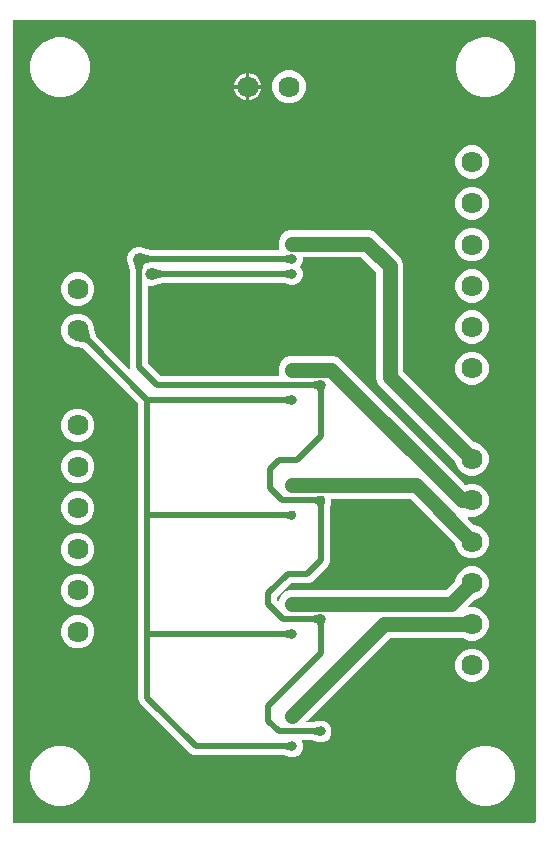
<source format=gbr>
G04 EAGLE Gerber RS-274X export*
G75*
%MOMM*%
%FSLAX34Y34*%
%LPD*%
%INBottom Copper*%
%IPPOS*%
%AMOC8*
5,1,8,0,0,1.08239X$1,22.5*%
G01*
%ADD10C,1.790700*%
%ADD11C,1.270000*%
%ADD12C,1.006400*%
%ADD13C,0.806400*%
%ADD14C,0.508000*%
%ADD15C,0.756400*%
%ADD16C,0.956400*%

G36*
X451798Y10164D02*
X451798Y10164D01*
X451817Y10162D01*
X451919Y10184D01*
X452021Y10200D01*
X452038Y10210D01*
X452058Y10214D01*
X452147Y10267D01*
X452238Y10316D01*
X452252Y10330D01*
X452269Y10340D01*
X452336Y10419D01*
X452408Y10494D01*
X452416Y10512D01*
X452429Y10527D01*
X452468Y10623D01*
X452511Y10717D01*
X452513Y10737D01*
X452521Y10755D01*
X452539Y10922D01*
X452539Y689078D01*
X452536Y689098D01*
X452538Y689117D01*
X452516Y689219D01*
X452500Y689321D01*
X452490Y689338D01*
X452486Y689358D01*
X452433Y689447D01*
X452384Y689538D01*
X452370Y689552D01*
X452360Y689569D01*
X452281Y689636D01*
X452206Y689708D01*
X452188Y689716D01*
X452173Y689729D01*
X452077Y689768D01*
X451983Y689811D01*
X451963Y689813D01*
X451945Y689821D01*
X451778Y689839D01*
X10922Y689839D01*
X10902Y689836D01*
X10883Y689838D01*
X10781Y689816D01*
X10679Y689800D01*
X10662Y689790D01*
X10642Y689786D01*
X10553Y689733D01*
X10462Y689684D01*
X10448Y689670D01*
X10431Y689660D01*
X10364Y689581D01*
X10292Y689506D01*
X10284Y689488D01*
X10271Y689473D01*
X10232Y689377D01*
X10189Y689283D01*
X10187Y689263D01*
X10179Y689245D01*
X10161Y689078D01*
X10161Y10922D01*
X10164Y10902D01*
X10162Y10883D01*
X10184Y10781D01*
X10200Y10679D01*
X10210Y10662D01*
X10214Y10642D01*
X10267Y10553D01*
X10316Y10462D01*
X10330Y10448D01*
X10340Y10431D01*
X10419Y10364D01*
X10494Y10292D01*
X10512Y10284D01*
X10527Y10271D01*
X10623Y10232D01*
X10717Y10189D01*
X10737Y10187D01*
X10755Y10179D01*
X10922Y10161D01*
X451778Y10161D01*
X451798Y10164D01*
G37*
%LPC*%
G36*
X245322Y65793D02*
X245322Y65793D01*
X245310Y65794D01*
X245299Y65799D01*
X245132Y65817D01*
X244567Y65817D01*
X243539Y66243D01*
X243507Y66251D01*
X243437Y66277D01*
X239511Y67285D01*
X239499Y67286D01*
X239488Y67291D01*
X239321Y67309D01*
X163584Y67309D01*
X160783Y68469D01*
X117237Y112015D01*
X116077Y114816D01*
X116077Y364828D01*
X116063Y364918D01*
X116055Y365009D01*
X116043Y365039D01*
X116038Y365071D01*
X115995Y365152D01*
X115959Y365235D01*
X115933Y365268D01*
X115922Y365288D01*
X115899Y365310D01*
X115854Y365366D01*
X69550Y411671D01*
X69543Y411675D01*
X69538Y411682D01*
X69443Y411748D01*
X69350Y411814D01*
X69342Y411817D01*
X69335Y411821D01*
X69177Y411875D01*
X68244Y412082D01*
X64812Y412843D01*
X64812Y412844D01*
X63316Y413175D01*
X63315Y413175D01*
X63314Y413176D01*
X63310Y413176D01*
X63149Y413194D01*
X61978Y413194D01*
X60595Y413767D01*
X60564Y413774D01*
X60468Y413807D01*
X60251Y413855D01*
X60132Y413939D01*
X60130Y413940D01*
X60127Y413941D01*
X59985Y414020D01*
X56820Y415330D01*
X52872Y419278D01*
X50736Y424436D01*
X50736Y430020D01*
X52872Y435178D01*
X56820Y439126D01*
X61978Y441262D01*
X67562Y441262D01*
X72720Y439126D01*
X76668Y435178D01*
X77978Y432013D01*
X77981Y432010D01*
X78058Y431868D01*
X78143Y431746D01*
X78191Y431530D01*
X78203Y431501D01*
X78231Y431403D01*
X78804Y430020D01*
X78804Y428849D01*
X78805Y428845D01*
X78807Y428824D01*
X78805Y428809D01*
X78812Y428778D01*
X78822Y428684D01*
X80123Y422821D01*
X80126Y422814D01*
X80126Y422805D01*
X80171Y422700D01*
X80214Y422593D01*
X80219Y422587D01*
X80223Y422579D01*
X80327Y422448D01*
X107920Y394856D01*
X107978Y394814D01*
X108030Y394764D01*
X108077Y394742D01*
X108119Y394712D01*
X108188Y394691D01*
X108253Y394661D01*
X108305Y394655D01*
X108355Y394640D01*
X108426Y394642D01*
X108497Y394634D01*
X108548Y394645D01*
X108600Y394646D01*
X108668Y394671D01*
X108738Y394686D01*
X108782Y394713D01*
X108831Y394730D01*
X108887Y394775D01*
X108949Y394812D01*
X108983Y394852D01*
X109023Y394884D01*
X109062Y394944D01*
X109109Y394999D01*
X109128Y395047D01*
X109156Y395091D01*
X109174Y395161D01*
X109201Y395227D01*
X109209Y395298D01*
X109217Y395330D01*
X109215Y395353D01*
X109219Y395394D01*
X109219Y477496D01*
X109216Y477519D01*
X109218Y477542D01*
X109190Y477707D01*
X107292Y484294D01*
X107279Y484320D01*
X107263Y484374D01*
X106727Y485668D01*
X106727Y486144D01*
X106724Y486167D01*
X106726Y486190D01*
X106702Y486329D01*
X106722Y486510D01*
X106721Y486539D01*
X106727Y486596D01*
X106727Y489692D01*
X108267Y493408D01*
X111112Y496253D01*
X114828Y497793D01*
X117925Y497793D01*
X117953Y497797D01*
X118010Y497798D01*
X118192Y497818D01*
X118209Y497811D01*
X118376Y497793D01*
X118852Y497793D01*
X120146Y497257D01*
X120174Y497250D01*
X120227Y497228D01*
X126813Y495330D01*
X126836Y495328D01*
X126857Y495319D01*
X127024Y495301D01*
X234972Y495301D01*
X235017Y495308D01*
X235063Y495306D01*
X235138Y495328D01*
X235215Y495340D01*
X235255Y495362D01*
X235299Y495375D01*
X235363Y495419D01*
X235432Y495456D01*
X235464Y495489D01*
X235502Y495515D01*
X235548Y495578D01*
X235602Y495634D01*
X235621Y495676D01*
X235648Y495712D01*
X235672Y495786D01*
X235705Y495857D01*
X235710Y495903D01*
X235724Y495946D01*
X235724Y496024D01*
X235732Y496101D01*
X235723Y496146D01*
X235722Y496192D01*
X235684Y496324D01*
X235680Y496342D01*
X235677Y496346D01*
X235675Y496353D01*
X234949Y498106D01*
X234949Y502654D01*
X236690Y506855D01*
X239905Y510070D01*
X244106Y511811D01*
X312154Y511811D01*
X316355Y510070D01*
X338620Y487805D01*
X340361Y483604D01*
X340361Y393162D01*
X340375Y393072D01*
X340383Y392981D01*
X340395Y392951D01*
X340400Y392919D01*
X340443Y392839D01*
X340479Y392755D01*
X340505Y392723D01*
X340516Y392702D01*
X340539Y392680D01*
X340584Y392624D01*
X400688Y332519D01*
X400762Y332466D01*
X400832Y332407D01*
X400862Y332394D01*
X400888Y332376D01*
X400975Y332349D01*
X401060Y332315D01*
X401101Y332310D01*
X401123Y332303D01*
X401155Y332304D01*
X401227Y332296D01*
X401572Y332296D01*
X406730Y330160D01*
X410678Y326212D01*
X412814Y321054D01*
X412814Y315470D01*
X410678Y310312D01*
X406730Y306364D01*
X401572Y304228D01*
X395988Y304228D01*
X390830Y306364D01*
X386882Y310312D01*
X384746Y315470D01*
X384746Y315815D01*
X384731Y315906D01*
X384724Y315996D01*
X384711Y316026D01*
X384706Y316058D01*
X384663Y316139D01*
X384628Y316223D01*
X384602Y316255D01*
X384591Y316276D01*
X384568Y316298D01*
X384523Y316354D01*
X322562Y378314D01*
X322562Y378315D01*
X319240Y381637D01*
X317499Y385838D01*
X317499Y476280D01*
X317485Y476370D01*
X317477Y476461D01*
X317465Y476491D01*
X317460Y476523D01*
X317417Y476603D01*
X317381Y476687D01*
X317355Y476719D01*
X317344Y476740D01*
X317321Y476762D01*
X317276Y476818D01*
X305368Y488726D01*
X305294Y488779D01*
X305225Y488839D01*
X305195Y488851D01*
X305168Y488870D01*
X305082Y488897D01*
X304997Y488931D01*
X304956Y488935D01*
X304933Y488942D01*
X304901Y488941D01*
X304830Y488949D01*
X256254Y488949D01*
X256234Y488946D01*
X256215Y488948D01*
X256113Y488926D01*
X256011Y488910D01*
X255994Y488900D01*
X255974Y488896D01*
X255885Y488843D01*
X255794Y488794D01*
X255780Y488780D01*
X255763Y488770D01*
X255696Y488691D01*
X255624Y488616D01*
X255616Y488598D01*
X255603Y488583D01*
X255564Y488487D01*
X255521Y488393D01*
X255519Y488373D01*
X255511Y488355D01*
X255493Y488188D01*
X255493Y485867D01*
X254105Y482518D01*
X253456Y481868D01*
X253444Y481852D01*
X253428Y481840D01*
X253372Y481752D01*
X253312Y481669D01*
X253306Y481650D01*
X253295Y481633D01*
X253270Y481532D01*
X253240Y481433D01*
X253240Y481414D01*
X253235Y481394D01*
X253243Y481291D01*
X253246Y481188D01*
X253253Y481169D01*
X253255Y481149D01*
X253295Y481054D01*
X253331Y480957D01*
X253343Y480941D01*
X253351Y480923D01*
X253456Y480792D01*
X254105Y480142D01*
X255493Y476793D01*
X255493Y473167D01*
X254105Y469818D01*
X251542Y467255D01*
X248193Y465867D01*
X246273Y465867D01*
X246241Y465862D01*
X246166Y465860D01*
X245582Y465777D01*
X245322Y465843D01*
X245310Y465844D01*
X245299Y465849D01*
X245132Y465867D01*
X244567Y465867D01*
X243539Y466293D01*
X243507Y466301D01*
X243437Y466327D01*
X239510Y467335D01*
X239499Y467336D01*
X239488Y467341D01*
X239321Y467359D01*
X137184Y467359D01*
X137161Y467356D01*
X137138Y467358D01*
X136973Y467330D01*
X130386Y465432D01*
X130360Y465419D01*
X130306Y465403D01*
X129012Y464867D01*
X128536Y464867D01*
X128513Y464864D01*
X128490Y464866D01*
X128351Y464842D01*
X128170Y464862D01*
X128141Y464861D01*
X128084Y464867D01*
X125222Y464867D01*
X125202Y464864D01*
X125183Y464866D01*
X125081Y464844D01*
X124979Y464828D01*
X124962Y464818D01*
X124942Y464814D01*
X124853Y464761D01*
X124762Y464712D01*
X124748Y464698D01*
X124731Y464688D01*
X124664Y464609D01*
X124592Y464534D01*
X124584Y464516D01*
X124571Y464501D01*
X124532Y464405D01*
X124489Y464311D01*
X124487Y464291D01*
X124479Y464273D01*
X124461Y464106D01*
X124461Y399712D01*
X124475Y399622D01*
X124483Y399531D01*
X124495Y399501D01*
X124500Y399469D01*
X124543Y399388D01*
X124579Y399305D01*
X124605Y399272D01*
X124616Y399252D01*
X124639Y399230D01*
X124684Y399174D01*
X135014Y388844D01*
X135088Y388791D01*
X135157Y388731D01*
X135187Y388719D01*
X135213Y388700D01*
X135300Y388673D01*
X135385Y388639D01*
X135426Y388635D01*
X135448Y388628D01*
X135481Y388629D01*
X135552Y388621D01*
X234972Y388621D01*
X235017Y388628D01*
X235063Y388626D01*
X235138Y388648D01*
X235215Y388660D01*
X235255Y388682D01*
X235299Y388695D01*
X235363Y388739D01*
X235432Y388776D01*
X235464Y388809D01*
X235502Y388835D01*
X235548Y388898D01*
X235602Y388954D01*
X235621Y388996D01*
X235648Y389032D01*
X235672Y389106D01*
X235705Y389177D01*
X235710Y389223D01*
X235724Y389266D01*
X235724Y389344D01*
X235732Y389421D01*
X235723Y389466D01*
X235722Y389512D01*
X235684Y389644D01*
X235680Y389662D01*
X235677Y389666D01*
X235675Y389673D01*
X234949Y391426D01*
X234949Y395974D01*
X236690Y400175D01*
X239905Y403390D01*
X244106Y405131D01*
X281674Y405131D01*
X285875Y403390D01*
X392824Y296442D01*
X392918Y296374D01*
X393012Y296304D01*
X393018Y296302D01*
X393023Y296298D01*
X393134Y296264D01*
X393246Y296228D01*
X393252Y296228D01*
X393258Y296226D01*
X393375Y296229D01*
X393492Y296230D01*
X393499Y296232D01*
X393504Y296232D01*
X393522Y296239D01*
X393653Y296277D01*
X395988Y297244D01*
X401572Y297244D01*
X406730Y295108D01*
X410678Y291160D01*
X412814Y286002D01*
X412814Y280418D01*
X410678Y275260D01*
X406730Y271312D01*
X401572Y269176D01*
X396020Y269176D01*
X395949Y269164D01*
X395877Y269162D01*
X395828Y269144D01*
X395777Y269136D01*
X395713Y269102D01*
X395646Y269078D01*
X395605Y269045D01*
X395559Y269021D01*
X395510Y268969D01*
X395454Y268924D01*
X395426Y268880D01*
X395390Y268843D01*
X395360Y268778D01*
X395321Y268717D01*
X395308Y268667D01*
X395286Y268620D01*
X395278Y268548D01*
X395261Y268479D01*
X395265Y268427D01*
X395259Y268375D01*
X395275Y268305D01*
X395280Y268234D01*
X395300Y268186D01*
X395312Y268135D01*
X395348Y268073D01*
X395376Y268007D01*
X395421Y267951D01*
X395438Y267924D01*
X395456Y267908D01*
X395481Y267876D01*
X400688Y262669D01*
X400762Y262616D01*
X400832Y262557D01*
X400862Y262544D01*
X400888Y262526D01*
X400975Y262499D01*
X401060Y262465D01*
X401101Y262460D01*
X401123Y262453D01*
X401155Y262454D01*
X401227Y262446D01*
X401572Y262446D01*
X406730Y260310D01*
X410678Y256362D01*
X412814Y251204D01*
X412814Y245620D01*
X410678Y240462D01*
X406730Y236514D01*
X401572Y234378D01*
X395988Y234378D01*
X390830Y236514D01*
X386882Y240462D01*
X384746Y245620D01*
X384746Y245965D01*
X384731Y246056D01*
X384724Y246146D01*
X384711Y246176D01*
X384706Y246208D01*
X384663Y246289D01*
X384628Y246373D01*
X384602Y246405D01*
X384591Y246426D01*
X384568Y246448D01*
X384523Y246504D01*
X346770Y284256D01*
X346696Y284309D01*
X346627Y284369D01*
X346597Y284381D01*
X346570Y284400D01*
X346484Y284427D01*
X346399Y284461D01*
X346358Y284465D01*
X346335Y284472D01*
X346303Y284471D01*
X346232Y284479D01*
X280134Y284479D01*
X280114Y284476D01*
X280095Y284478D01*
X279993Y284456D01*
X279891Y284440D01*
X279874Y284430D01*
X279854Y284426D01*
X279765Y284373D01*
X279674Y284324D01*
X279660Y284310D01*
X279643Y284300D01*
X279576Y284221D01*
X279504Y284146D01*
X279496Y284128D01*
X279483Y284113D01*
X279444Y284017D01*
X279401Y283923D01*
X279399Y283903D01*
X279391Y283885D01*
X279373Y283718D01*
X279373Y283335D01*
X279378Y283302D01*
X279382Y283218D01*
X279480Y282586D01*
X279394Y282235D01*
X279394Y282228D01*
X279391Y282222D01*
X279373Y282055D01*
X279373Y281447D01*
X278982Y280504D01*
X278974Y280471D01*
X278946Y280392D01*
X278152Y277134D01*
X278152Y277127D01*
X278149Y277121D01*
X278131Y276954D01*
X278131Y230894D01*
X276971Y228093D01*
X263397Y214519D01*
X260596Y213359D01*
X246042Y213359D01*
X245952Y213345D01*
X245861Y213337D01*
X245831Y213325D01*
X245799Y213320D01*
X245718Y213277D01*
X245635Y213241D01*
X245602Y213215D01*
X245582Y213204D01*
X245560Y213181D01*
X245504Y213136D01*
X233904Y201536D01*
X233851Y201462D01*
X233791Y201393D01*
X233779Y201363D01*
X233760Y201337D01*
X233733Y201250D01*
X233699Y201165D01*
X233695Y201124D01*
X233688Y201102D01*
X233689Y201069D01*
X233681Y200998D01*
X233681Y199052D01*
X233695Y198962D01*
X233703Y198871D01*
X233715Y198841D01*
X233720Y198809D01*
X233763Y198729D01*
X233799Y198645D01*
X233825Y198612D01*
X233836Y198592D01*
X233859Y198570D01*
X233904Y198514D01*
X234031Y198387D01*
X234068Y198360D01*
X234099Y198326D01*
X234167Y198288D01*
X234230Y198243D01*
X234274Y198230D01*
X234315Y198207D01*
X234391Y198194D01*
X234465Y198171D01*
X234511Y198172D01*
X234557Y198164D01*
X234634Y198175D01*
X234711Y198177D01*
X234754Y198193D01*
X234800Y198199D01*
X234869Y198235D01*
X234942Y198261D01*
X234978Y198290D01*
X235019Y198311D01*
X235074Y198367D01*
X235134Y198415D01*
X235159Y198454D01*
X235191Y198487D01*
X235257Y198606D01*
X235267Y198622D01*
X235269Y198627D01*
X235272Y198634D01*
X236690Y202055D01*
X239905Y205270D01*
X244106Y207011D01*
X375950Y207011D01*
X376040Y207025D01*
X376131Y207033D01*
X376161Y207045D01*
X376193Y207050D01*
X376273Y207093D01*
X376357Y207129D01*
X376389Y207155D01*
X376410Y207166D01*
X376432Y207189D01*
X376488Y207234D01*
X384523Y215268D01*
X384576Y215342D01*
X384635Y215412D01*
X384648Y215442D01*
X384666Y215468D01*
X384693Y215555D01*
X384727Y215640D01*
X384732Y215681D01*
X384739Y215703D01*
X384738Y215735D01*
X384746Y215807D01*
X384746Y216152D01*
X386882Y221310D01*
X390830Y225258D01*
X395988Y227394D01*
X401572Y227394D01*
X406730Y225258D01*
X410678Y221310D01*
X412814Y216152D01*
X412814Y210568D01*
X410678Y205410D01*
X406730Y201462D01*
X401572Y199326D01*
X401227Y199326D01*
X401136Y199311D01*
X401046Y199304D01*
X401016Y199291D01*
X400984Y199286D01*
X400903Y199243D01*
X400819Y199208D01*
X400787Y199182D01*
X400766Y199171D01*
X400744Y199148D01*
X400688Y199103D01*
X395481Y193896D01*
X395439Y193838D01*
X395390Y193786D01*
X395368Y193738D01*
X395338Y193696D01*
X395317Y193628D01*
X395286Y193562D01*
X395281Y193511D01*
X395265Y193461D01*
X395267Y193389D01*
X395259Y193318D01*
X395270Y193267D01*
X395272Y193215D01*
X395296Y193148D01*
X395312Y193078D01*
X395338Y193033D01*
X395356Y192984D01*
X395401Y192928D01*
X395438Y192867D01*
X395477Y192833D01*
X395510Y192792D01*
X395570Y192753D01*
X395625Y192707D01*
X395673Y192687D01*
X395717Y192659D01*
X395786Y192642D01*
X395853Y192615D01*
X395924Y192607D01*
X395955Y192599D01*
X395979Y192601D01*
X396020Y192596D01*
X401572Y192596D01*
X406730Y190460D01*
X410678Y186512D01*
X412814Y181354D01*
X412814Y175770D01*
X410678Y170612D01*
X406730Y166664D01*
X401572Y164528D01*
X395988Y164528D01*
X390830Y166664D01*
X390586Y166908D01*
X390512Y166961D01*
X390443Y167021D01*
X390413Y167033D01*
X390387Y167052D01*
X390300Y167079D01*
X390215Y167113D01*
X390174Y167117D01*
X390151Y167124D01*
X390119Y167123D01*
X390048Y167131D01*
X329662Y167131D01*
X329572Y167117D01*
X329481Y167109D01*
X329451Y167097D01*
X329419Y167092D01*
X329339Y167049D01*
X329255Y167013D01*
X329223Y166987D01*
X329202Y166976D01*
X329180Y166953D01*
X329124Y166908D01*
X258766Y96550D01*
X258724Y96492D01*
X258675Y96440D01*
X258653Y96393D01*
X258622Y96351D01*
X258601Y96282D01*
X258571Y96217D01*
X258565Y96165D01*
X258550Y96115D01*
X258552Y96044D01*
X258544Y95973D01*
X258555Y95922D01*
X258556Y95870D01*
X258581Y95802D01*
X258596Y95732D01*
X258623Y95687D01*
X258641Y95639D01*
X258686Y95583D01*
X258722Y95521D01*
X258762Y95487D01*
X258794Y95447D01*
X258855Y95408D01*
X258909Y95361D01*
X258957Y95342D01*
X259001Y95314D01*
X259071Y95296D01*
X259137Y95269D01*
X259209Y95261D01*
X259240Y95253D01*
X259263Y95255D01*
X259304Y95251D01*
X263451Y95251D01*
X263463Y95253D01*
X263474Y95251D01*
X263640Y95275D01*
X267567Y96283D01*
X267597Y96296D01*
X267669Y96317D01*
X268697Y96743D01*
X269263Y96743D01*
X269274Y96745D01*
X269286Y96743D01*
X269452Y96767D01*
X269712Y96833D01*
X270296Y96750D01*
X270329Y96751D01*
X270403Y96743D01*
X272323Y96743D01*
X275672Y95355D01*
X278235Y92792D01*
X279623Y89443D01*
X279623Y85817D01*
X278235Y82468D01*
X275672Y79905D01*
X272323Y78517D01*
X270403Y78517D01*
X270371Y78512D01*
X270296Y78510D01*
X269712Y78427D01*
X269452Y78493D01*
X269440Y78494D01*
X269429Y78499D01*
X269262Y78517D01*
X268697Y78517D01*
X267669Y78943D01*
X267637Y78951D01*
X267567Y78977D01*
X263640Y79985D01*
X263629Y79986D01*
X263618Y79991D01*
X263451Y80009D01*
X255279Y80009D01*
X255234Y80002D01*
X255188Y80004D01*
X255113Y79982D01*
X255036Y79970D01*
X254996Y79948D01*
X254952Y79935D01*
X254888Y79891D01*
X254819Y79854D01*
X254787Y79821D01*
X254749Y79795D01*
X254703Y79733D01*
X254649Y79676D01*
X254630Y79634D01*
X254603Y79598D01*
X254579Y79524D01*
X254546Y79453D01*
X254541Y79407D01*
X254527Y79364D01*
X254527Y79286D01*
X254519Y79209D01*
X254528Y79164D01*
X254529Y79118D01*
X254567Y78986D01*
X254571Y78968D01*
X254574Y78964D01*
X254576Y78957D01*
X255493Y76743D01*
X255493Y73117D01*
X254105Y69768D01*
X251542Y67205D01*
X248193Y65817D01*
X246273Y65817D01*
X246241Y65812D01*
X246166Y65810D01*
X245582Y65727D01*
X245322Y65793D01*
G37*
%LPD*%
%LPC*%
G36*
X406848Y624839D02*
X406848Y624839D01*
X400448Y626554D01*
X394711Y629866D01*
X390026Y634551D01*
X386714Y640288D01*
X384999Y646688D01*
X384999Y653312D01*
X386714Y659712D01*
X390026Y665449D01*
X394711Y670134D01*
X400448Y673446D01*
X406848Y675161D01*
X413472Y675161D01*
X419872Y673446D01*
X425609Y670134D01*
X430294Y665449D01*
X433606Y659712D01*
X435321Y653312D01*
X435321Y646688D01*
X433606Y640288D01*
X430294Y634551D01*
X425609Y629866D01*
X419872Y626554D01*
X413472Y624839D01*
X406848Y624839D01*
G37*
%LPD*%
%LPC*%
G36*
X46688Y624839D02*
X46688Y624839D01*
X40288Y626554D01*
X34551Y629866D01*
X29866Y634551D01*
X26554Y640288D01*
X24839Y646688D01*
X24839Y653312D01*
X26554Y659712D01*
X29866Y665449D01*
X34551Y670134D01*
X40288Y673446D01*
X46688Y675161D01*
X53312Y675161D01*
X59712Y673446D01*
X65449Y670134D01*
X70134Y665449D01*
X73446Y659712D01*
X75161Y653312D01*
X75161Y646688D01*
X73446Y640288D01*
X70134Y634551D01*
X65449Y629866D01*
X59712Y626554D01*
X53312Y624839D01*
X46688Y624839D01*
G37*
%LPD*%
%LPC*%
G36*
X406848Y24839D02*
X406848Y24839D01*
X400448Y26554D01*
X394711Y29866D01*
X390026Y34551D01*
X386714Y40288D01*
X384999Y46688D01*
X384999Y53312D01*
X386714Y59712D01*
X390026Y65449D01*
X394711Y70134D01*
X400448Y73446D01*
X406848Y75161D01*
X413472Y75161D01*
X419872Y73446D01*
X425609Y70134D01*
X430294Y65449D01*
X433606Y59712D01*
X435321Y53312D01*
X435321Y46688D01*
X433606Y40288D01*
X430294Y34551D01*
X425609Y29866D01*
X419872Y26554D01*
X413472Y24839D01*
X406848Y24839D01*
G37*
%LPD*%
%LPC*%
G36*
X46688Y24839D02*
X46688Y24839D01*
X40288Y26554D01*
X34551Y29866D01*
X29866Y34551D01*
X26554Y40288D01*
X24839Y46688D01*
X24839Y53312D01*
X26554Y59712D01*
X29866Y65449D01*
X34551Y70134D01*
X40288Y73446D01*
X46688Y75161D01*
X53312Y75161D01*
X59712Y73446D01*
X65449Y70134D01*
X70134Y65449D01*
X73446Y59712D01*
X75161Y53312D01*
X75161Y46688D01*
X73446Y40288D01*
X70134Y34551D01*
X65449Y29866D01*
X59712Y26554D01*
X53312Y24839D01*
X46688Y24839D01*
G37*
%LPD*%
%LPC*%
G36*
X241048Y619406D02*
X241048Y619406D01*
X235890Y621542D01*
X231942Y625490D01*
X229806Y630648D01*
X229806Y636232D01*
X231942Y641390D01*
X235890Y645338D01*
X241048Y647474D01*
X246632Y647474D01*
X251790Y645338D01*
X255738Y641390D01*
X257874Y636232D01*
X257874Y630648D01*
X255738Y625490D01*
X251790Y621542D01*
X246632Y619406D01*
X241048Y619406D01*
G37*
%LPD*%
%LPC*%
G36*
X395988Y555688D02*
X395988Y555688D01*
X390830Y557824D01*
X386882Y561772D01*
X384746Y566930D01*
X384746Y572514D01*
X386882Y577672D01*
X390830Y581620D01*
X395988Y583756D01*
X401572Y583756D01*
X406730Y581620D01*
X410678Y577672D01*
X412814Y572514D01*
X412814Y566930D01*
X410678Y561772D01*
X406730Y557824D01*
X401572Y555688D01*
X395988Y555688D01*
G37*
%LPD*%
%LPC*%
G36*
X395988Y520636D02*
X395988Y520636D01*
X390830Y522772D01*
X386882Y526720D01*
X384746Y531878D01*
X384746Y537462D01*
X386882Y542620D01*
X390830Y546568D01*
X395988Y548704D01*
X401572Y548704D01*
X406730Y546568D01*
X410678Y542620D01*
X412814Y537462D01*
X412814Y531878D01*
X410678Y526720D01*
X406730Y522772D01*
X401572Y520636D01*
X395988Y520636D01*
G37*
%LPD*%
%LPC*%
G36*
X395988Y485838D02*
X395988Y485838D01*
X390830Y487974D01*
X386882Y491922D01*
X384746Y497080D01*
X384746Y502664D01*
X386882Y507822D01*
X390830Y511770D01*
X395988Y513906D01*
X401572Y513906D01*
X406730Y511770D01*
X410678Y507822D01*
X412814Y502664D01*
X412814Y497080D01*
X410678Y491922D01*
X406730Y487974D01*
X401572Y485838D01*
X395988Y485838D01*
G37*
%LPD*%
%LPC*%
G36*
X395988Y450786D02*
X395988Y450786D01*
X390830Y452922D01*
X386882Y456870D01*
X384746Y462028D01*
X384746Y467612D01*
X386882Y472770D01*
X390830Y476718D01*
X395988Y478854D01*
X401572Y478854D01*
X406730Y476718D01*
X410678Y472770D01*
X412814Y467612D01*
X412814Y462028D01*
X410678Y456870D01*
X406730Y452922D01*
X401572Y450786D01*
X395988Y450786D01*
G37*
%LPD*%
%LPC*%
G36*
X61978Y448246D02*
X61978Y448246D01*
X56820Y450382D01*
X52872Y454330D01*
X50736Y459488D01*
X50736Y465072D01*
X52872Y470230D01*
X56820Y474178D01*
X61978Y476314D01*
X67562Y476314D01*
X72720Y474178D01*
X76668Y470230D01*
X78804Y465072D01*
X78804Y459488D01*
X76668Y454330D01*
X72720Y450382D01*
X67562Y448246D01*
X61978Y448246D01*
G37*
%LPD*%
%LPC*%
G36*
X395988Y415988D02*
X395988Y415988D01*
X390830Y418124D01*
X386882Y422072D01*
X384746Y427230D01*
X384746Y432814D01*
X386882Y437972D01*
X390830Y441920D01*
X395988Y444056D01*
X401572Y444056D01*
X406730Y441920D01*
X410678Y437972D01*
X412814Y432814D01*
X412814Y427230D01*
X410678Y422072D01*
X406730Y418124D01*
X401572Y415988D01*
X395988Y415988D01*
G37*
%LPD*%
%LPC*%
G36*
X395988Y380936D02*
X395988Y380936D01*
X390830Y383072D01*
X386882Y387020D01*
X384746Y392178D01*
X384746Y397762D01*
X386882Y402920D01*
X390830Y406868D01*
X395988Y409004D01*
X401572Y409004D01*
X406730Y406868D01*
X410678Y402920D01*
X412814Y397762D01*
X412814Y392178D01*
X410678Y387020D01*
X406730Y383072D01*
X401572Y380936D01*
X395988Y380936D01*
G37*
%LPD*%
%LPC*%
G36*
X61978Y332676D02*
X61978Y332676D01*
X56820Y334812D01*
X52872Y338760D01*
X50736Y343918D01*
X50736Y349502D01*
X52872Y354660D01*
X56820Y358608D01*
X61978Y360744D01*
X67562Y360744D01*
X72720Y358608D01*
X76668Y354660D01*
X78804Y349502D01*
X78804Y343918D01*
X76668Y338760D01*
X72720Y334812D01*
X67562Y332676D01*
X61978Y332676D01*
G37*
%LPD*%
%LPC*%
G36*
X61978Y297624D02*
X61978Y297624D01*
X56820Y299760D01*
X52872Y303708D01*
X50736Y308866D01*
X50736Y314450D01*
X52872Y319608D01*
X56820Y323556D01*
X61978Y325692D01*
X67562Y325692D01*
X72720Y323556D01*
X76668Y319608D01*
X78804Y314450D01*
X78804Y308866D01*
X76668Y303708D01*
X72720Y299760D01*
X67562Y297624D01*
X61978Y297624D01*
G37*
%LPD*%
%LPC*%
G36*
X61978Y262826D02*
X61978Y262826D01*
X56820Y264962D01*
X52872Y268910D01*
X50736Y274068D01*
X50736Y279652D01*
X52872Y284810D01*
X56820Y288758D01*
X61978Y290894D01*
X67562Y290894D01*
X72720Y288758D01*
X76668Y284810D01*
X78804Y279652D01*
X78804Y274068D01*
X76668Y268910D01*
X72720Y264962D01*
X67562Y262826D01*
X61978Y262826D01*
G37*
%LPD*%
%LPC*%
G36*
X61978Y227774D02*
X61978Y227774D01*
X56820Y229910D01*
X52872Y233858D01*
X50736Y239016D01*
X50736Y244600D01*
X52872Y249758D01*
X56820Y253706D01*
X61978Y255842D01*
X67562Y255842D01*
X72720Y253706D01*
X76668Y249758D01*
X78804Y244600D01*
X78804Y239016D01*
X76668Y233858D01*
X72720Y229910D01*
X67562Y227774D01*
X61978Y227774D01*
G37*
%LPD*%
%LPC*%
G36*
X61978Y192976D02*
X61978Y192976D01*
X56820Y195112D01*
X52872Y199060D01*
X50736Y204218D01*
X50736Y209802D01*
X52872Y214960D01*
X56820Y218908D01*
X61978Y221044D01*
X67562Y221044D01*
X72720Y218908D01*
X76668Y214960D01*
X78804Y209802D01*
X78804Y204218D01*
X76668Y199060D01*
X72720Y195112D01*
X67562Y192976D01*
X61978Y192976D01*
G37*
%LPD*%
%LPC*%
G36*
X61978Y157924D02*
X61978Y157924D01*
X56820Y160060D01*
X52872Y164008D01*
X50736Y169166D01*
X50736Y174750D01*
X52872Y179908D01*
X56820Y183856D01*
X61978Y185992D01*
X67562Y185992D01*
X72720Y183856D01*
X76668Y179908D01*
X78804Y174750D01*
X78804Y169166D01*
X76668Y164008D01*
X72720Y160060D01*
X67562Y157924D01*
X61978Y157924D01*
G37*
%LPD*%
%LPC*%
G36*
X395988Y129476D02*
X395988Y129476D01*
X390830Y131612D01*
X386882Y135560D01*
X384746Y140718D01*
X384746Y146302D01*
X386882Y151460D01*
X390830Y155408D01*
X395988Y157544D01*
X401572Y157544D01*
X406730Y155408D01*
X410678Y151460D01*
X412814Y146302D01*
X412814Y140718D01*
X410678Y135560D01*
X406730Y131612D01*
X401572Y129476D01*
X395988Y129476D01*
G37*
%LPD*%
%LPC*%
G36*
X210311Y634963D02*
X210311Y634963D01*
X210311Y644836D01*
X211480Y644651D01*
X213200Y644092D01*
X214812Y643271D01*
X216276Y642207D01*
X217555Y640928D01*
X218619Y639464D01*
X219440Y637852D01*
X219999Y636132D01*
X220184Y634963D01*
X210311Y634963D01*
G37*
%LPD*%
%LPC*%
G36*
X197392Y634963D02*
X197392Y634963D01*
X197577Y636132D01*
X198136Y637852D01*
X198957Y639464D01*
X200021Y640928D01*
X201300Y642207D01*
X202764Y643271D01*
X204376Y644092D01*
X206096Y644651D01*
X207265Y644836D01*
X207265Y634963D01*
X197392Y634963D01*
G37*
%LPD*%
%LPC*%
G36*
X210311Y631917D02*
X210311Y631917D01*
X220184Y631917D01*
X219999Y630748D01*
X219440Y629028D01*
X218619Y627416D01*
X217555Y625952D01*
X216276Y624673D01*
X214812Y623609D01*
X213200Y622788D01*
X211480Y622229D01*
X210311Y622044D01*
X210311Y631917D01*
G37*
%LPD*%
%LPC*%
G36*
X206096Y622229D02*
X206096Y622229D01*
X204376Y622788D01*
X202764Y623609D01*
X201300Y624673D01*
X200021Y625952D01*
X198957Y627416D01*
X198136Y629028D01*
X197577Y630748D01*
X197392Y631917D01*
X207265Y631917D01*
X207265Y622044D01*
X206096Y622229D01*
G37*
%LPD*%
%LPC*%
G36*
X208787Y633439D02*
X208787Y633439D01*
X208787Y633441D01*
X208789Y633441D01*
X208789Y633439D01*
X208787Y633439D01*
G37*
%LPD*%
D10*
X64770Y462280D03*
X64770Y427228D03*
X64770Y346710D03*
X64770Y311658D03*
X64770Y276860D03*
X64770Y241808D03*
X398780Y213360D03*
X398780Y248412D03*
X398780Y283210D03*
X398780Y318262D03*
X398780Y394970D03*
X398780Y430022D03*
X398780Y464820D03*
X398780Y499872D03*
X398780Y534670D03*
X398780Y569722D03*
X243840Y633440D03*
X208788Y633440D03*
X64770Y207010D03*
X64770Y171958D03*
X398780Y143510D03*
X398780Y178562D03*
D11*
X398780Y318262D02*
X397002Y320040D01*
X328930Y481330D02*
X309880Y500380D01*
X246380Y500380D01*
D12*
X246380Y500380D03*
D11*
X328930Y388112D02*
X398780Y318262D01*
X328930Y388112D02*
X328930Y481330D01*
D13*
X246380Y474980D03*
D12*
X127000Y474980D03*
D14*
X136000Y474980D01*
X240380Y474980D01*
X246380Y474980D01*
D13*
X246380Y368300D03*
D14*
X123698Y368300D02*
X73211Y418787D01*
X64770Y427228D01*
X240380Y368300D02*
X246380Y368300D01*
X240380Y368300D02*
X123698Y368300D01*
D15*
X246380Y270510D03*
D14*
X241130Y270510D01*
X125730Y270510D01*
X123698Y272542D01*
X123698Y368300D01*
D13*
X246380Y170180D03*
D14*
X240380Y170180D01*
X123698Y170180D01*
X123698Y272542D01*
D13*
X246380Y74930D03*
D14*
X240380Y74930D01*
X165100Y74930D01*
X123698Y116332D02*
X123698Y170180D01*
X123698Y116332D02*
X165100Y74930D01*
X246009Y473535D02*
X240380Y474980D01*
X246009Y473535D02*
X246380Y474980D01*
X246009Y476425D02*
X240380Y474980D01*
X246009Y476425D02*
X246380Y474980D01*
X136000Y474980D02*
X127690Y477375D01*
X127000Y474980D01*
X127690Y472585D02*
X136000Y474980D01*
X127690Y472585D02*
X127000Y474980D01*
X240380Y368300D02*
X246009Y366855D01*
X246380Y368300D01*
X246009Y369745D02*
X240380Y368300D01*
X246009Y369745D02*
X246380Y368300D01*
X241130Y270510D02*
X246086Y269303D01*
X246380Y270510D01*
X246086Y271717D02*
X241130Y270510D01*
X246086Y271717D02*
X246380Y270510D01*
X240380Y170180D02*
X246009Y168735D01*
X246380Y170180D01*
X246009Y171625D02*
X240380Y170180D01*
X246009Y171625D02*
X246380Y170180D01*
X240380Y74930D02*
X246009Y73485D01*
X246380Y74930D01*
X246009Y76375D02*
X240380Y74930D01*
X246009Y76375D02*
X246380Y74930D01*
X73211Y418787D02*
X71031Y428617D01*
X64770Y427228D01*
X63381Y420967D02*
X73211Y418787D01*
X63381Y420967D02*
X64770Y427228D01*
D12*
X116840Y487680D03*
D14*
X125840Y487680D01*
D13*
X246380Y487680D03*
D14*
X240380Y487680D02*
X125840Y487680D01*
X240380Y487680D02*
X246380Y487680D01*
D13*
X270510Y381000D03*
D15*
X270510Y283210D03*
D14*
X265260Y283210D01*
X237490Y283210D01*
X227330Y293370D01*
X227330Y309880D01*
X234950Y317500D01*
X250190Y317500D01*
X270510Y337820D01*
X270510Y375000D01*
X270510Y381000D01*
D13*
X270510Y182880D03*
D14*
X264510Y182880D01*
X238760Y182880D01*
X226060Y195580D01*
X226060Y204470D01*
X242570Y220980D02*
X259080Y220980D01*
X270510Y232410D01*
X270510Y277960D01*
X270510Y283210D01*
X242570Y220980D02*
X226060Y204470D01*
D13*
X270510Y87630D03*
D14*
X264510Y87630D01*
X234950Y87630D01*
X226060Y96520D01*
X226060Y109220D01*
X270510Y153670D02*
X270510Y176880D01*
X270510Y182880D01*
X270510Y153670D02*
X226060Y109220D01*
X116840Y478680D02*
X116840Y487680D01*
X116840Y478680D02*
X116840Y396240D01*
X132080Y381000D01*
X264510Y381000D01*
X270510Y381000D01*
X125840Y487680D02*
X117530Y490075D01*
X116840Y487680D01*
X117530Y485285D02*
X125840Y487680D01*
X117530Y485285D02*
X116840Y487680D01*
X119235Y486990D02*
X116840Y478680D01*
X119235Y486990D02*
X116840Y487680D01*
X114445Y486990D02*
X116840Y478680D01*
X114445Y486990D02*
X116840Y487680D01*
X240380Y487680D02*
X246009Y486235D01*
X246380Y487680D01*
X246009Y489125D02*
X240380Y487680D01*
X246009Y489125D02*
X246380Y487680D01*
X271955Y380629D02*
X270510Y375000D01*
X271955Y380629D02*
X270510Y381000D01*
X269065Y380629D02*
X270510Y375000D01*
X269065Y380629D02*
X270510Y381000D01*
X270139Y379555D02*
X264510Y381000D01*
X270139Y379555D02*
X270510Y381000D01*
X270139Y382445D02*
X264510Y381000D01*
X270139Y382445D02*
X270510Y381000D01*
X265260Y283210D02*
X270216Y282003D01*
X270510Y283210D01*
X270216Y284417D02*
X265260Y283210D01*
X270216Y284417D02*
X270510Y283210D01*
X271717Y282916D02*
X270510Y277960D01*
X271717Y282916D02*
X270510Y283210D01*
X269303Y282916D02*
X270510Y277960D01*
X269303Y282916D02*
X270510Y283210D01*
X264510Y182880D02*
X270139Y181435D01*
X270510Y182880D01*
X270139Y184325D02*
X264510Y182880D01*
X270139Y184325D02*
X270510Y182880D01*
X271955Y182509D02*
X270510Y176880D01*
X271955Y182509D02*
X270510Y182880D01*
X269065Y182509D02*
X270510Y176880D01*
X269065Y182509D02*
X270510Y182880D01*
X264510Y87630D02*
X270139Y86185D01*
X270510Y87630D01*
X270139Y89075D02*
X264510Y87630D01*
X270139Y89075D02*
X270510Y87630D01*
D11*
X279400Y393700D02*
X246380Y393700D01*
D16*
X246380Y393700D03*
D11*
X389890Y283210D02*
X398780Y283210D01*
X389890Y283210D02*
X279400Y393700D01*
X324612Y178562D02*
X398780Y178562D01*
X324612Y178562D02*
X246380Y100330D01*
D16*
X246380Y100330D03*
D12*
X246380Y295910D03*
D11*
X351282Y295910D02*
X398780Y248412D01*
X351282Y295910D02*
X246380Y295910D01*
D16*
X246380Y195580D03*
D11*
X381000Y195580D02*
X398780Y213360D01*
X381000Y195580D02*
X246380Y195580D01*
M02*

</source>
